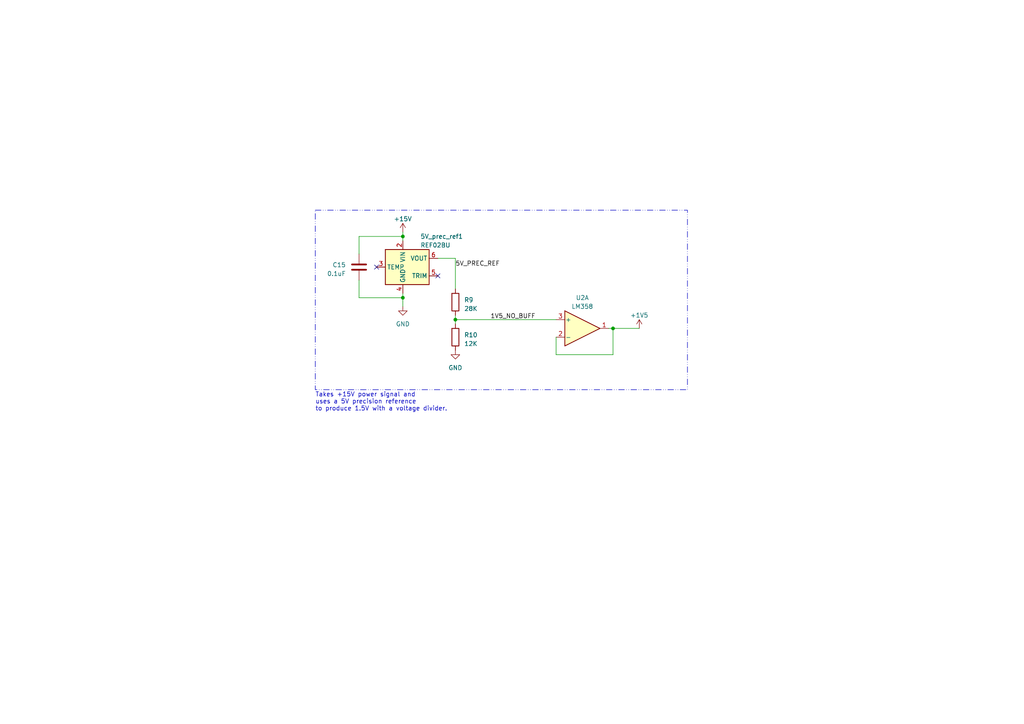
<source format=kicad_sch>
(kicad_sch (version 20230121) (generator eeschema)

  (uuid d830f194-b06b-408f-8360-7b1a5a30df5e)

  (paper "A4")

  (lib_symbols
    (symbol "Amplifier_Operational:LM358" (pin_names (offset 0.127)) (in_bom yes) (on_board yes)
      (property "Reference" "U2" (at 0 8.89 0)
        (effects (font (size 1.27 1.27)))
      )
      (property "Value" "LM358" (at 0 6.35 0)
        (effects (font (size 1.27 1.27)))
      )
      (property "Footprint" "LM358:D8" (at 0 0 0)
        (effects (font (size 1.27 1.27)) hide)
      )
      (property "Datasheet" "http://www.ti.com/lit/ds/symlink/lm2904-n.pdf" (at -1.27 6.35 0)
        (effects (font (size 1.27 1.27)) hide)
      )
      (property "ki_locked" "" (at 0 0 0)
        (effects (font (size 1.27 1.27)))
      )
      (property "ki_keywords" "dual opamp" (at 0 0 0)
        (effects (font (size 1.27 1.27)) hide)
      )
      (property "ki_description" "Low-Power, Dual Operational Amplifiers, DIP-8/SOIC-8/TO-99-8" (at 0 0 0)
        (effects (font (size 1.27 1.27)) hide)
      )
      (property "ki_fp_filters" "SOIC*3.9x4.9mm*P1.27mm* DIP*W7.62mm* TO*99* OnSemi*Micro8* TSSOP*3x3mm*P0.65mm* TSSOP*4.4x3mm*P0.65mm* MSOP*3x3mm*P0.65mm* SSOP*3.9x4.9mm*P0.635mm* LFCSP*2x2mm*P0.5mm* *SIP* SOIC*5.3x6.2mm*P1.27mm*" (at 0 0 0)
        (effects (font (size 1.27 1.27)) hide)
      )
      (symbol "LM358_1_1"
        (polyline
          (pts
            (xy -5.08 5.08)
            (xy 5.08 0)
            (xy -5.08 -5.08)
            (xy -5.08 5.08)
          )
          (stroke (width 0.254) (type default))
          (fill (type background))
        )
        (pin power_out line (at 7.62 0 180) (length 2.54)
          (name "~" (effects (font (size 1.27 1.27))))
          (number "1" (effects (font (size 1.27 1.27))))
        )
        (pin input line (at -7.62 -2.54 0) (length 2.54)
          (name "-" (effects (font (size 1.27 1.27))))
          (number "2" (effects (font (size 1.27 1.27))))
        )
        (pin input line (at -7.62 2.54 0) (length 2.54)
          (name "+" (effects (font (size 1.27 1.27))))
          (number "3" (effects (font (size 1.27 1.27))))
        )
      )
      (symbol "LM358_2_1"
        (polyline
          (pts
            (xy -5.08 5.08)
            (xy 5.08 0)
            (xy -5.08 -5.08)
            (xy -5.08 5.08)
          )
          (stroke (width 0.254) (type default))
          (fill (type background))
        )
        (pin input line (at -7.62 2.54 0) (length 2.54)
          (name "+" (effects (font (size 1.27 1.27))))
          (number "5" (effects (font (size 1.27 1.27))))
        )
        (pin input line (at -7.62 -2.54 0) (length 2.54)
          (name "-" (effects (font (size 1.27 1.27))))
          (number "6" (effects (font (size 1.27 1.27))))
        )
        (pin output line (at 7.62 0 180) (length 2.54)
          (name "~" (effects (font (size 1.27 1.27))))
          (number "7" (effects (font (size 1.27 1.27))))
        )
      )
      (symbol "LM358_3_1"
        (pin power_in line (at -2.54 -7.62 90) (length 3.81)
          (name "V-" (effects (font (size 1.27 1.27))))
          (number "4" (effects (font (size 1.27 1.27))))
        )
        (pin power_in line (at -2.54 7.62 270) (length 3.81)
          (name "V+" (effects (font (size 1.27 1.27))))
          (number "8" (effects (font (size 1.27 1.27))))
        )
      )
    )
    (symbol "Device:C" (pin_numbers hide) (pin_names (offset 0.254)) (in_bom yes) (on_board yes)
      (property "Reference" "C" (at 0.635 2.54 0)
        (effects (font (size 1.27 1.27)) (justify left))
      )
      (property "Value" "C" (at 0.635 -2.54 0)
        (effects (font (size 1.27 1.27)) (justify left))
      )
      (property "Footprint" "" (at 0.9652 -3.81 0)
        (effects (font (size 1.27 1.27)) hide)
      )
      (property "Datasheet" "~" (at 0 0 0)
        (effects (font (size 1.27 1.27)) hide)
      )
      (property "ki_keywords" "cap capacitor" (at 0 0 0)
        (effects (font (size 1.27 1.27)) hide)
      )
      (property "ki_description" "Unpolarized capacitor" (at 0 0 0)
        (effects (font (size 1.27 1.27)) hide)
      )
      (property "ki_fp_filters" "C_*" (at 0 0 0)
        (effects (font (size 1.27 1.27)) hide)
      )
      (symbol "C_0_1"
        (polyline
          (pts
            (xy -2.032 -0.762)
            (xy 2.032 -0.762)
          )
          (stroke (width 0.508) (type default))
          (fill (type none))
        )
        (polyline
          (pts
            (xy -2.032 0.762)
            (xy 2.032 0.762)
          )
          (stroke (width 0.508) (type default))
          (fill (type none))
        )
      )
      (symbol "C_1_1"
        (pin passive line (at 0 3.81 270) (length 2.794)
          (name "~" (effects (font (size 1.27 1.27))))
          (number "1" (effects (font (size 1.27 1.27))))
        )
        (pin passive line (at 0 -3.81 90) (length 2.794)
          (name "~" (effects (font (size 1.27 1.27))))
          (number "2" (effects (font (size 1.27 1.27))))
        )
      )
    )
    (symbol "Device:R" (pin_numbers hide) (pin_names (offset 0)) (in_bom yes) (on_board yes)
      (property "Reference" "R" (at 2.032 0 90)
        (effects (font (size 1.27 1.27)))
      )
      (property "Value" "R" (at 0 0 90)
        (effects (font (size 1.27 1.27)))
      )
      (property "Footprint" "" (at -1.778 0 90)
        (effects (font (size 1.27 1.27)) hide)
      )
      (property "Datasheet" "~" (at 0 0 0)
        (effects (font (size 1.27 1.27)) hide)
      )
      (property "ki_keywords" "R res resistor" (at 0 0 0)
        (effects (font (size 1.27 1.27)) hide)
      )
      (property "ki_description" "Resistor" (at 0 0 0)
        (effects (font (size 1.27 1.27)) hide)
      )
      (property "ki_fp_filters" "R_*" (at 0 0 0)
        (effects (font (size 1.27 1.27)) hide)
      )
      (symbol "R_0_1"
        (rectangle (start -1.016 -2.54) (end 1.016 2.54)
          (stroke (width 0.254) (type default))
          (fill (type none))
        )
      )
      (symbol "R_1_1"
        (pin passive line (at 0 3.81 270) (length 1.27)
          (name "~" (effects (font (size 1.27 1.27))))
          (number "1" (effects (font (size 1.27 1.27))))
        )
        (pin passive line (at 0 -3.81 90) (length 1.27)
          (name "~" (effects (font (size 1.27 1.27))))
          (number "2" (effects (font (size 1.27 1.27))))
        )
      )
    )
    (symbol "Reference_Voltage:REF02BU" (in_bom yes) (on_board yes)
      (property "Reference" "U" (at 1.905 8.255 0)
        (effects (font (size 1.27 1.27)))
      )
      (property "Value" "REF02BU" (at 0.635 6.35 0)
        (effects (font (size 1.27 1.27)) (justify left))
      )
      (property "Footprint" "Package_SO:SOIC-8_3.9x4.9mm_P1.27mm" (at -1.27 1.27 0)
        (effects (font (size 1.27 1.27) italic) hide)
      )
      (property "Datasheet" "http://www.ti.com/lit/ds/symlink/ref02.pdf" (at -1.27 0 0)
        (effects (font (size 1.27 1.27) italic) hide)
      )
      (property "ki_keywords" "Precision Voltage Reference 5V" (at 0 0 0)
        (effects (font (size 1.27 1.27)) hide)
      )
      (property "ki_description" "5V ±10mV Precision Voltage Reference, SO-8" (at 0 0 0)
        (effects (font (size 1.27 1.27)) hide)
      )
      (property "ki_fp_filters" "SOIC*3.9x4.9mm*P1.27mm*" (at 0 0 0)
        (effects (font (size 1.27 1.27)) hide)
      )
      (symbol "REF02BU_0_1"
        (rectangle (start -5.08 5.08) (end 7.62 -5.08)
          (stroke (width 0.254) (type default))
          (fill (type background))
        )
      )
      (symbol "REF02BU_1_1"
        (pin no_connect line (at 2.54 -5.08 90) (length 2.54) hide
          (name "NC" (effects (font (size 1.27 1.27))))
          (number "1" (effects (font (size 1.27 1.27))))
        )
        (pin power_in line (at 0 7.62 270) (length 2.54)
          (name "VIN" (effects (font (size 1.27 1.27))))
          (number "2" (effects (font (size 1.27 1.27))))
        )
        (pin passive line (at -7.62 0 0) (length 2.54)
          (name "TEMP" (effects (font (size 1.27 1.27))))
          (number "3" (effects (font (size 1.27 1.27))))
        )
        (pin power_in line (at 0 -7.62 90) (length 2.54)
          (name "GND" (effects (font (size 1.27 1.27))))
          (number "4" (effects (font (size 1.27 1.27))))
        )
        (pin passive line (at 10.16 -2.54 180) (length 2.54)
          (name "TRIM" (effects (font (size 1.27 1.27))))
          (number "5" (effects (font (size 1.27 1.27))))
        )
        (pin power_out line (at 10.16 2.54 180) (length 2.54)
          (name "VOUT" (effects (font (size 1.27 1.27))))
          (number "6" (effects (font (size 1.27 1.27))))
        )
        (pin no_connect line (at -2.54 -5.08 90) (length 2.54) hide
          (name "NC" (effects (font (size 1.27 1.27))))
          (number "7" (effects (font (size 1.27 1.27))))
        )
        (pin no_connect line (at 7.62 0 180) (length 2.54) hide
          (name "NC" (effects (font (size 1.27 1.27))))
          (number "8" (effects (font (size 1.27 1.27))))
        )
      )
    )
    (symbol "power:+15V" (power) (pin_names (offset 0)) (in_bom yes) (on_board yes)
      (property "Reference" "#PWR046" (at 0 -3.81 0)
        (effects (font (size 1.27 1.27)) hide)
      )
      (property "Value" "+15V" (at 0 3.81 0)
        (effects (font (size 1.27 1.27)))
      )
      (property "Footprint" "" (at 0 0 0)
        (effects (font (size 1.27 1.27)) hide)
      )
      (property "Datasheet" "" (at 0 0 0)
        (effects (font (size 1.27 1.27)) hide)
      )
      (property "ki_keywords" "global power" (at 0 0 0)
        (effects (font (size 1.27 1.27)) hide)
      )
      (property "ki_description" "Power symbol creates a global label with name \"+15V\"" (at 0 0 0)
        (effects (font (size 1.27 1.27)) hide)
      )
      (symbol "+15V_0_1"
        (polyline
          (pts
            (xy -0.762 1.27)
            (xy 0 2.54)
          )
          (stroke (width 0) (type default))
          (fill (type none))
        )
        (polyline
          (pts
            (xy 0 0)
            (xy 0 2.54)
          )
          (stroke (width 0) (type default))
          (fill (type none))
        )
        (polyline
          (pts
            (xy 0 2.54)
            (xy 0.762 1.27)
          )
          (stroke (width 0) (type default))
          (fill (type none))
        )
      )
      (symbol "+15V_1_1"
        (pin power_in line (at 0 0 90) (length 0) hide
          (name "+15V" (effects (font (size 1.27 1.27))))
          (number "1" (effects (font (size 1.27 1.27))))
        )
      )
    )
    (symbol "power:+1V5" (power) (pin_names (offset 0)) (in_bom yes) (on_board yes)
      (property "Reference" "#PWR" (at 0 -3.81 0)
        (effects (font (size 1.27 1.27)) hide)
      )
      (property "Value" "+1V5" (at 0 3.556 0)
        (effects (font (size 1.27 1.27)))
      )
      (property "Footprint" "" (at 0 0 0)
        (effects (font (size 1.27 1.27)) hide)
      )
      (property "Datasheet" "" (at 0 0 0)
        (effects (font (size 1.27 1.27)) hide)
      )
      (property "ki_keywords" "global power" (at 0 0 0)
        (effects (font (size 1.27 1.27)) hide)
      )
      (property "ki_description" "Power symbol creates a global label with name \"+1V5\"" (at 0 0 0)
        (effects (font (size 1.27 1.27)) hide)
      )
      (symbol "+1V5_0_1"
        (polyline
          (pts
            (xy -0.762 1.27)
            (xy 0 2.54)
          )
          (stroke (width 0) (type default))
          (fill (type none))
        )
        (polyline
          (pts
            (xy 0 0)
            (xy 0 2.54)
          )
          (stroke (width 0) (type default))
          (fill (type none))
        )
        (polyline
          (pts
            (xy 0 2.54)
            (xy 0.762 1.27)
          )
          (stroke (width 0) (type default))
          (fill (type none))
        )
      )
      (symbol "+1V5_1_1"
        (pin power_in line (at 0 0 90) (length 0) hide
          (name "+1V5" (effects (font (size 1.27 1.27))))
          (number "1" (effects (font (size 1.27 1.27))))
        )
      )
    )
    (symbol "power:GND" (power) (pin_names (offset 0)) (in_bom yes) (on_board yes)
      (property "Reference" "#PWR" (at 0 -6.35 0)
        (effects (font (size 1.27 1.27)) hide)
      )
      (property "Value" "GND" (at 0 -3.81 0)
        (effects (font (size 1.27 1.27)))
      )
      (property "Footprint" "" (at 0 0 0)
        (effects (font (size 1.27 1.27)) hide)
      )
      (property "Datasheet" "" (at 0 0 0)
        (effects (font (size 1.27 1.27)) hide)
      )
      (property "ki_keywords" "global power" (at 0 0 0)
        (effects (font (size 1.27 1.27)) hide)
      )
      (property "ki_description" "Power symbol creates a global label with name \"GND\" , ground" (at 0 0 0)
        (effects (font (size 1.27 1.27)) hide)
      )
      (symbol "GND_0_1"
        (polyline
          (pts
            (xy 0 0)
            (xy 0 -1.27)
            (xy 1.27 -1.27)
            (xy 0 -2.54)
            (xy -1.27 -1.27)
            (xy 0 -1.27)
          )
          (stroke (width 0) (type default))
          (fill (type none))
        )
      )
      (symbol "GND_1_1"
        (pin power_in line (at 0 0 270) (length 0) hide
          (name "GND" (effects (font (size 1.27 1.27))))
          (number "1" (effects (font (size 1.27 1.27))))
        )
      )
    )
  )


  (junction (at 116.84 68.58) (diameter 0) (color 0 0 0 0)
    (uuid 1452317d-99c7-4f50-9c50-e6cd9c0588b1)
  )
  (junction (at 177.8 95.25) (diameter 0) (color 0 0 0 0)
    (uuid 5386e17e-84c2-40a6-b272-0b3aa85064f3)
  )
  (junction (at 132.08 92.71) (diameter 0) (color 0 0 0 0)
    (uuid 9574a0e0-2e85-480e-87c7-cf69b10ace16)
  )
  (junction (at 116.84 86.36) (diameter 0) (color 0 0 0 0)
    (uuid e62100f6-8541-46fa-9973-1bdf28710e3d)
  )

  (no_connect (at 127 80.01) (uuid 26a09d7b-bcc5-494a-af05-c28e0cf1343a))
  (no_connect (at 109.22 77.47) (uuid c41411e8-1102-4bc6-957f-0cfd7e379b0d))

  (wire (pts (xy 132.08 74.93) (xy 132.08 83.82))
    (stroke (width 0) (type default))
    (uuid 0119f8ae-9e95-4ff0-acaf-e68d9133667d)
  )
  (wire (pts (xy 177.8 95.25) (xy 185.42 95.25))
    (stroke (width 0) (type default))
    (uuid 20adcc31-5466-4a85-afb6-f2befa769ba2)
  )
  (wire (pts (xy 104.14 81.28) (xy 104.14 86.36))
    (stroke (width 0) (type default))
    (uuid 217dc83c-14d5-4f6b-8e87-eb8a1e47453d)
  )
  (wire (pts (xy 177.8 95.25) (xy 177.8 102.87))
    (stroke (width 0) (type default))
    (uuid 2a509e91-c6cb-416f-a13d-6b217b37d0ea)
  )
  (wire (pts (xy 104.14 73.66) (xy 104.14 68.58))
    (stroke (width 0) (type default))
    (uuid 2ac9530f-de18-4f4b-a223-f43748bc3309)
  )
  (wire (pts (xy 104.14 68.58) (xy 116.84 68.58))
    (stroke (width 0) (type default))
    (uuid 37740638-70d3-411a-af3d-5a77afbf1b3d)
  )
  (wire (pts (xy 161.29 97.79) (xy 161.29 102.87))
    (stroke (width 0) (type default))
    (uuid 44c9d0d7-68b6-4495-b7e9-1bb3f94b4afe)
  )
  (wire (pts (xy 132.08 92.71) (xy 161.29 92.71))
    (stroke (width 0) (type default))
    (uuid 469c4659-96ec-4afd-90be-76f3238e53e0)
  )
  (wire (pts (xy 132.08 91.44) (xy 132.08 92.71))
    (stroke (width 0) (type default))
    (uuid 56c838f3-296a-4703-8d39-8c197fd54d98)
  )
  (wire (pts (xy 177.8 95.25) (xy 176.53 95.25))
    (stroke (width 0) (type default))
    (uuid 5aaf695e-c0dd-45a0-a64d-8ca87d6776bd)
  )
  (wire (pts (xy 132.08 92.71) (xy 132.08 93.98))
    (stroke (width 0) (type default))
    (uuid 615bc7c3-6195-424d-af88-598393e71767)
  )
  (wire (pts (xy 116.84 88.9) (xy 116.84 86.36))
    (stroke (width 0) (type default))
    (uuid 6e175ddf-9b41-436c-a0b5-a64968e193d6)
  )
  (wire (pts (xy 116.84 86.36) (xy 116.84 85.09))
    (stroke (width 0) (type default))
    (uuid 86717dd4-add9-4e27-acc2-95555b8ace76)
  )
  (wire (pts (xy 161.29 102.87) (xy 177.8 102.87))
    (stroke (width 0) (type default))
    (uuid 8f899fc7-27b0-49ca-bc56-18ab5df140f9)
  )
  (wire (pts (xy 116.84 68.58) (xy 116.84 69.85))
    (stroke (width 0) (type default))
    (uuid a9994f70-9706-4290-a825-e6bf1081027c)
  )
  (wire (pts (xy 116.84 67.31) (xy 116.84 68.58))
    (stroke (width 0) (type default))
    (uuid d0274be0-11e0-4521-b34a-efd0f59ef12c)
  )
  (wire (pts (xy 132.08 74.93) (xy 127 74.93))
    (stroke (width 0) (type default))
    (uuid e5161407-0a6b-4691-b854-26c3b29e9550)
  )
  (wire (pts (xy 104.14 86.36) (xy 116.84 86.36))
    (stroke (width 0) (type default))
    (uuid ff59a136-0586-4388-b2fa-712953def393)
  )

  (rectangle (start 91.44 60.96) (end 199.39 113.03)
    (stroke (width 0) (type dash_dot_dot))
    (fill (type none))
    (uuid 9a367f6e-2448-480b-8996-1aac29b14e5a)
  )

  (text "Takes +15V power signal and\nuses a 5V precision reference\nto produce 1.5V with a voltage divider."
    (at 91.44 119.38 0)
    (effects (font (size 1.27 1.27)) (justify left bottom))
    (uuid 20fc40ca-abf9-461d-bde2-def803fabc71)
  )

  (label "5V_PREC_REF" (at 132.08 77.47 0) (fields_autoplaced)
    (effects (font (size 1.27 1.27)) (justify left bottom))
    (uuid 40d51f5e-2537-4f66-967c-788fd9789c7f)
  )
  (label "1V5_NO_BUFF" (at 142.24 92.71 0) (fields_autoplaced)
    (effects (font (size 1.27 1.27)) (justify left bottom))
    (uuid dff00d50-e660-4b7f-92db-e31699f2ceec)
  )

  (symbol (lib_id "Device:C") (at 104.14 77.47 0) (mirror x) (unit 1)
    (in_bom yes) (on_board yes) (dnp no)
    (uuid 01702803-f37c-4712-bb8b-d3abdd096d5f)
    (property "Reference" "C15" (at 100.33 76.835 0)
      (effects (font (size 1.27 1.27)) (justify right))
    )
    (property "Value" "0.1uF" (at 100.33 79.375 0)
      (effects (font (size 1.27 1.27)) (justify right))
    )
    (property "Footprint" "Capacitor_SMD:C_0603_1608Metric_Pad1.08x0.95mm_HandSolder" (at 105.1052 73.66 0)
      (effects (font (size 1.27 1.27)) hide)
    )
    (property "Datasheet" "~" (at 104.14 77.47 0)
      (effects (font (size 1.27 1.27)) hide)
    )
    (pin "1" (uuid bae5f9e8-a889-4866-ab6a-ba37b622ebe4))
    (pin "2" (uuid b9ce221a-7791-49d5-addb-176fb674d35d))
    (instances
      (project "PCB_rev1"
        (path "/420b1871-e553-4672-be8f-bcca7ed43833/cab64fc3-f6e8-4f24-b098-f81bfd773396"
          (reference "C15") (unit 1)
        )
      )
      (project "PCB_files"
        (path "/b7743f61-67eb-464d-a18d-e6f474f02623"
          (reference "C6") (unit 1)
        )
      )
    )
  )

  (symbol (lib_id "power:GND") (at 116.84 88.9 0) (unit 1)
    (in_bom yes) (on_board yes) (dnp no) (fields_autoplaced)
    (uuid 1a7428e0-ae16-409b-9c68-0be4846bb6f7)
    (property "Reference" "#PWR047" (at 116.84 95.25 0)
      (effects (font (size 1.27 1.27)) hide)
    )
    (property "Value" "AGND" (at 116.84 93.98 0)
      (effects (font (size 1.27 1.27)))
    )
    (property "Footprint" "" (at 116.84 88.9 0)
      (effects (font (size 1.27 1.27)) hide)
    )
    (property "Datasheet" "" (at 116.84 88.9 0)
      (effects (font (size 1.27 1.27)) hide)
    )
    (pin "1" (uuid 0215594f-df3d-4be1-866a-955c07c78171))
    (instances
      (project "PCB_rev1"
        (path "/420b1871-e553-4672-be8f-bcca7ed43833/cab64fc3-f6e8-4f24-b098-f81bfd773396"
          (reference "#PWR047") (unit 1)
        )
      )
      (project "PCB_files"
        (path "/b7743f61-67eb-464d-a18d-e6f474f02623"
          (reference "#PWR05") (unit 1)
        )
      )
    )
  )

  (symbol (lib_id "power:+1V5") (at 185.42 95.25 0) (unit 1)
    (in_bom yes) (on_board yes) (dnp no) (fields_autoplaced)
    (uuid 623ab02e-d494-427f-be39-72f4cfa906e0)
    (property "Reference" "#PWR049" (at 185.42 99.06 0)
      (effects (font (size 1.27 1.27)) hide)
    )
    (property "Value" "+1V5" (at 185.42 91.44 0)
      (effects (font (size 1.27 1.27)))
    )
    (property "Footprint" "" (at 185.42 95.25 0)
      (effects (font (size 1.27 1.27)) hide)
    )
    (property "Datasheet" "" (at 185.42 95.25 0)
      (effects (font (size 1.27 1.27)) hide)
    )
    (pin "1" (uuid 0be5b6a2-718f-4fbe-841e-b1c0cefabe46))
    (instances
      (project "PCB_rev1"
        (path "/420b1871-e553-4672-be8f-bcca7ed43833/cab64fc3-f6e8-4f24-b098-f81bfd773396"
          (reference "#PWR049") (unit 1)
        )
      )
    )
  )

  (symbol (lib_id "power:GND") (at 132.08 101.6 0) (unit 1)
    (in_bom yes) (on_board yes) (dnp no) (fields_autoplaced)
    (uuid 6377be4a-482f-4b02-b8a0-77371491a86f)
    (property "Reference" "#PWR048" (at 132.08 107.95 0)
      (effects (font (size 1.27 1.27)) hide)
    )
    (property "Value" "AGND" (at 132.08 106.68 0)
      (effects (font (size 1.27 1.27)))
    )
    (property "Footprint" "" (at 132.08 101.6 0)
      (effects (font (size 1.27 1.27)) hide)
    )
    (property "Datasheet" "" (at 132.08 101.6 0)
      (effects (font (size 1.27 1.27)) hide)
    )
    (pin "1" (uuid ef19a38f-2877-4447-bf04-0c19f14e4f7a))
    (instances
      (project "PCB_rev1"
        (path "/420b1871-e553-4672-be8f-bcca7ed43833/cab64fc3-f6e8-4f24-b098-f81bfd773396"
          (reference "#PWR048") (unit 1)
        )
      )
      (project "PCB_files"
        (path "/b7743f61-67eb-464d-a18d-e6f474f02623"
          (reference "#PWR05") (unit 1)
        )
      )
    )
  )

  (symbol (lib_id "Device:R") (at 132.08 87.63 0) (unit 1)
    (in_bom yes) (on_board yes) (dnp no) (fields_autoplaced)
    (uuid 8a7de7c7-e75d-4eef-874b-65bb28889567)
    (property "Reference" "R9" (at 134.62 86.995 0)
      (effects (font (size 1.27 1.27)) (justify left))
    )
    (property "Value" "28K" (at 134.62 89.535 0)
      (effects (font (size 1.27 1.27)) (justify left))
    )
    (property "Footprint" "Resistor_SMD:R_0603_1608Metric_Pad0.98x0.95mm_HandSolder" (at 130.302 87.63 90)
      (effects (font (size 1.27 1.27)) hide)
    )
    (property "Datasheet" "~" (at 132.08 87.63 0)
      (effects (font (size 1.27 1.27)) hide)
    )
    (pin "1" (uuid fa6d803e-5ae8-4c01-98b5-514d79772d1e))
    (pin "2" (uuid a6386649-8153-40b5-bf49-d2831161b050))
    (instances
      (project "PCB_rev1"
        (path "/420b1871-e553-4672-be8f-bcca7ed43833/cab64fc3-f6e8-4f24-b098-f81bfd773396"
          (reference "R9") (unit 1)
        )
      )
      (project "PCB_files"
        (path "/b7743f61-67eb-464d-a18d-e6f474f02623"
          (reference "R5") (unit 1)
        )
      )
    )
  )

  (symbol (lib_id "Reference_Voltage:REF02BU") (at 116.84 77.47 0) (unit 1)
    (in_bom yes) (on_board yes) (dnp no)
    (uuid a400c58a-2426-47ac-bfe6-63867290ae19)
    (property "Reference" "5V_prec_ref1" (at 121.92 68.58 0)
      (effects (font (size 1.27 1.27)) (justify left))
    )
    (property "Value" "REF02BU" (at 121.92 71.12 0)
      (effects (font (size 1.27 1.27)) (justify left))
    )
    (property "Footprint" "Package_SO:SOIC-8_3.9x4.9mm_P1.27mm" (at 115.57 76.2 0)
      (effects (font (size 1.27 1.27) italic) hide)
    )
    (property "Datasheet" "http://www.ti.com/lit/ds/symlink/ref02.pdf" (at 115.57 77.47 0)
      (effects (font (size 1.27 1.27) italic) hide)
    )
    (pin "1" (uuid f0e34d72-7470-4779-b250-0d411e781eac))
    (pin "2" (uuid df62027a-239a-4550-a3de-06d699c6a290))
    (pin "3" (uuid 58b8a3ba-26e8-41b8-b4ac-b7436cd9f120))
    (pin "4" (uuid b8c0ccd2-a4dd-41b6-a47c-571928828a0f))
    (pin "5" (uuid 1d45efc7-5bd1-4007-8367-f96e8e71102c))
    (pin "6" (uuid dd9fc111-40d0-4447-96cc-932d90351854))
    (pin "7" (uuid 1479bdc3-9415-4ce9-bb70-a9eef9af92b1))
    (pin "8" (uuid 34606f6d-7ebf-4e78-b425-1246d2d4d1c3))
    (instances
      (project "PCB_rev1"
        (path "/420b1871-e553-4672-be8f-bcca7ed43833"
          (reference "5V_prec_ref1") (unit 1)
        )
        (path "/420b1871-e553-4672-be8f-bcca7ed43833/cab64fc3-f6e8-4f24-b098-f81bfd773396"
          (reference "5V_prec_ref1") (unit 1)
        )
      )
      (project "PCB_files"
        (path "/b7743f61-67eb-464d-a18d-e6f474f02623"
          (reference "5V_prec_ref1") (unit 1)
        )
      )
    )
  )

  (symbol (lib_id "power:+15V") (at 116.84 67.31 0) (unit 1)
    (in_bom yes) (on_board yes) (dnp no) (fields_autoplaced)
    (uuid b59a7fc1-3a6e-41ca-9c12-30ab03f8fbc5)
    (property "Reference" "#PWR046" (at 116.84 71.12 0)
      (effects (font (size 1.27 1.27)) hide)
    )
    (property "Value" "+15V" (at 116.84 63.5 0)
      (effects (font (size 1.27 1.27)))
    )
    (property "Footprint" "" (at 116.84 67.31 0)
      (effects (font (size 1.27 1.27)) hide)
    )
    (property "Datasheet" "" (at 116.84 67.31 0)
      (effects (font (size 1.27 1.27)) hide)
    )
    (pin "1" (uuid 2f6037d9-8efb-4a6a-b835-a8f1950f23fe))
    (instances
      (project "PCB_rev1"
        (path "/420b1871-e553-4672-be8f-bcca7ed43833/cab64fc3-f6e8-4f24-b098-f81bfd773396"
          (reference "#PWR046") (unit 1)
        )
      )
    )
  )

  (symbol (lib_id "Device:R") (at 132.08 97.79 0) (unit 1)
    (in_bom yes) (on_board yes) (dnp no) (fields_autoplaced)
    (uuid f826ee11-e1dc-4457-a422-86d81c952bbf)
    (property "Reference" "R10" (at 134.62 97.155 0)
      (effects (font (size 1.27 1.27)) (justify left))
    )
    (property "Value" "12K" (at 134.62 99.695 0)
      (effects (font (size 1.27 1.27)) (justify left))
    )
    (property "Footprint" "Resistor_SMD:R_0603_1608Metric_Pad0.98x0.95mm_HandSolder" (at 130.302 97.79 90)
      (effects (font (size 1.27 1.27)) hide)
    )
    (property "Datasheet" "~" (at 132.08 97.79 0)
      (effects (font (size 1.27 1.27)) hide)
    )
    (pin "1" (uuid c01341ba-46e8-4bf6-8b7c-bc08db49b288))
    (pin "2" (uuid 192bfdd8-2cf1-439e-9f99-4b1b46bb30e0))
    (instances
      (project "PCB_rev1"
        (path "/420b1871-e553-4672-be8f-bcca7ed43833/cab64fc3-f6e8-4f24-b098-f81bfd773396"
          (reference "R10") (unit 1)
        )
      )
      (project "PCB_files"
        (path "/b7743f61-67eb-464d-a18d-e6f474f02623"
          (reference "R6") (unit 1)
        )
      )
    )
  )

  (symbol (lib_id "Amplifier_Operational:LM358") (at 168.91 95.25 0) (unit 1)
    (in_bom yes) (on_board yes) (dnp no) (fields_autoplaced)
    (uuid fd9da4ec-67f3-4967-8884-c8e947be9798)
    (property "Reference" "U2" (at 168.91 86.36 0)
      (effects (font (size 1.27 1.27)))
    )
    (property "Value" "LM358" (at 168.91 88.9 0)
      (effects (font (size 1.27 1.27)))
    )
    (property "Footprint" "LM358:D8" (at 168.91 95.25 0)
      (effects (font (size 1.27 1.27)) hide)
    )
    (property "Datasheet" "http://www.ti.com/lit/ds/symlink/lm2904-n.pdf" (at 167.64 88.9 0)
      (effects (font (size 1.27 1.27)) hide)
    )
    (pin "1" (uuid 13771c87-9d9e-47cd-aca7-62037925ee34))
    (pin "2" (uuid 06729beb-9ce6-44c8-8a0c-c582304c6810))
    (pin "3" (uuid a5d53515-7b41-41e3-a4d5-9ce6121554f8))
    (pin "5" (uuid 54f9f463-b0e1-4033-bfb0-4543f3a3f3cf))
    (pin "6" (uuid 1992b264-72ad-4707-885e-4f26d518aca0))
    (pin "7" (uuid e237c394-60fc-44a1-b0e5-4d48f99c3ef1))
    (pin "4" (uuid 9b9faf7d-ea1b-489b-b6a4-1b0a519a5047))
    (pin "8" (uuid 86b77713-94a5-4d24-b8d3-69c70e94ef32))
    (instances
      (project "PCB_rev1"
        (path "/420b1871-e553-4672-be8f-bcca7ed43833/cab64fc3-f6e8-4f24-b098-f81bfd773396"
          (reference "U2") (unit 1)
        )
      )
      (project "PCB_files"
        (path "/b7743f61-67eb-464d-a18d-e6f474f02623"
          (reference "U1") (unit 1)
        )
      )
    )
  )
)

</source>
